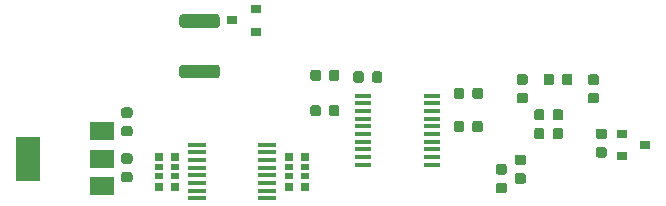
<source format=gbr>
G04 #@! TF.GenerationSoftware,KiCad,Pcbnew,(5.1.5)-3*
G04 #@! TF.CreationDate,2020-03-01T19:25:43+00:00*
G04 #@! TF.ProjectId,pwmfan,70776d66-616e-42e6-9b69-6361645f7063,rev?*
G04 #@! TF.SameCoordinates,Original*
G04 #@! TF.FileFunction,Paste,Top*
G04 #@! TF.FilePolarity,Positive*
%FSLAX46Y46*%
G04 Gerber Fmt 4.6, Leading zero omitted, Abs format (unit mm)*
G04 Created by KiCad (PCBNEW (5.1.5)-3) date 2020-03-01 19:25:43*
%MOMM*%
%LPD*%
G04 APERTURE LIST*
%ADD10R,0.900000X0.800000*%
%ADD11C,0.100000*%
%ADD12R,0.700000X0.640000*%
%ADD13R,0.700000X0.500000*%
%ADD14R,1.500000X0.450000*%
%ADD15R,1.450000X0.450000*%
%ADD16R,2.000000X3.800000*%
%ADD17R,2.000000X1.500000*%
G04 APERTURE END LIST*
D10*
X71000000Y-54700000D03*
X73000000Y-53750000D03*
X73000000Y-55650000D03*
D11*
G36*
X98827691Y-62226053D02*
G01*
X98848926Y-62229203D01*
X98869750Y-62234419D01*
X98889962Y-62241651D01*
X98909368Y-62250830D01*
X98927781Y-62261866D01*
X98945024Y-62274654D01*
X98960930Y-62289070D01*
X98975346Y-62304976D01*
X98988134Y-62322219D01*
X98999170Y-62340632D01*
X99008349Y-62360038D01*
X99015581Y-62380250D01*
X99020797Y-62401074D01*
X99023947Y-62422309D01*
X99025000Y-62443750D01*
X99025000Y-62956250D01*
X99023947Y-62977691D01*
X99020797Y-62998926D01*
X99015581Y-63019750D01*
X99008349Y-63039962D01*
X98999170Y-63059368D01*
X98988134Y-63077781D01*
X98975346Y-63095024D01*
X98960930Y-63110930D01*
X98945024Y-63125346D01*
X98927781Y-63138134D01*
X98909368Y-63149170D01*
X98889962Y-63158349D01*
X98869750Y-63165581D01*
X98848926Y-63170797D01*
X98827691Y-63173947D01*
X98806250Y-63175000D01*
X98368750Y-63175000D01*
X98347309Y-63173947D01*
X98326074Y-63170797D01*
X98305250Y-63165581D01*
X98285038Y-63158349D01*
X98265632Y-63149170D01*
X98247219Y-63138134D01*
X98229976Y-63125346D01*
X98214070Y-63110930D01*
X98199654Y-63095024D01*
X98186866Y-63077781D01*
X98175830Y-63059368D01*
X98166651Y-63039962D01*
X98159419Y-63019750D01*
X98154203Y-62998926D01*
X98151053Y-62977691D01*
X98150000Y-62956250D01*
X98150000Y-62443750D01*
X98151053Y-62422309D01*
X98154203Y-62401074D01*
X98159419Y-62380250D01*
X98166651Y-62360038D01*
X98175830Y-62340632D01*
X98186866Y-62322219D01*
X98199654Y-62304976D01*
X98214070Y-62289070D01*
X98229976Y-62274654D01*
X98247219Y-62261866D01*
X98265632Y-62250830D01*
X98285038Y-62241651D01*
X98305250Y-62234419D01*
X98326074Y-62229203D01*
X98347309Y-62226053D01*
X98368750Y-62225000D01*
X98806250Y-62225000D01*
X98827691Y-62226053D01*
G37*
G36*
X97252691Y-62226053D02*
G01*
X97273926Y-62229203D01*
X97294750Y-62234419D01*
X97314962Y-62241651D01*
X97334368Y-62250830D01*
X97352781Y-62261866D01*
X97370024Y-62274654D01*
X97385930Y-62289070D01*
X97400346Y-62304976D01*
X97413134Y-62322219D01*
X97424170Y-62340632D01*
X97433349Y-62360038D01*
X97440581Y-62380250D01*
X97445797Y-62401074D01*
X97448947Y-62422309D01*
X97450000Y-62443750D01*
X97450000Y-62956250D01*
X97448947Y-62977691D01*
X97445797Y-62998926D01*
X97440581Y-63019750D01*
X97433349Y-63039962D01*
X97424170Y-63059368D01*
X97413134Y-63077781D01*
X97400346Y-63095024D01*
X97385930Y-63110930D01*
X97370024Y-63125346D01*
X97352781Y-63138134D01*
X97334368Y-63149170D01*
X97314962Y-63158349D01*
X97294750Y-63165581D01*
X97273926Y-63170797D01*
X97252691Y-63173947D01*
X97231250Y-63175000D01*
X96793750Y-63175000D01*
X96772309Y-63173947D01*
X96751074Y-63170797D01*
X96730250Y-63165581D01*
X96710038Y-63158349D01*
X96690632Y-63149170D01*
X96672219Y-63138134D01*
X96654976Y-63125346D01*
X96639070Y-63110930D01*
X96624654Y-63095024D01*
X96611866Y-63077781D01*
X96600830Y-63059368D01*
X96591651Y-63039962D01*
X96584419Y-63019750D01*
X96579203Y-62998926D01*
X96576053Y-62977691D01*
X96575000Y-62956250D01*
X96575000Y-62443750D01*
X96576053Y-62422309D01*
X96579203Y-62401074D01*
X96584419Y-62380250D01*
X96591651Y-62360038D01*
X96600830Y-62340632D01*
X96611866Y-62322219D01*
X96624654Y-62304976D01*
X96639070Y-62289070D01*
X96654976Y-62274654D01*
X96672219Y-62261866D01*
X96690632Y-62250830D01*
X96710038Y-62241651D01*
X96730250Y-62234419D01*
X96751074Y-62229203D01*
X96772309Y-62226053D01*
X96793750Y-62225000D01*
X97231250Y-62225000D01*
X97252691Y-62226053D01*
G37*
G36*
X95852691Y-60838553D02*
G01*
X95873926Y-60841703D01*
X95894750Y-60846919D01*
X95914962Y-60854151D01*
X95934368Y-60863330D01*
X95952781Y-60874366D01*
X95970024Y-60887154D01*
X95985930Y-60901570D01*
X96000346Y-60917476D01*
X96013134Y-60934719D01*
X96024170Y-60953132D01*
X96033349Y-60972538D01*
X96040581Y-60992750D01*
X96045797Y-61013574D01*
X96048947Y-61034809D01*
X96050000Y-61056250D01*
X96050000Y-61493750D01*
X96048947Y-61515191D01*
X96045797Y-61536426D01*
X96040581Y-61557250D01*
X96033349Y-61577462D01*
X96024170Y-61596868D01*
X96013134Y-61615281D01*
X96000346Y-61632524D01*
X95985930Y-61648430D01*
X95970024Y-61662846D01*
X95952781Y-61675634D01*
X95934368Y-61686670D01*
X95914962Y-61695849D01*
X95894750Y-61703081D01*
X95873926Y-61708297D01*
X95852691Y-61711447D01*
X95831250Y-61712500D01*
X95318750Y-61712500D01*
X95297309Y-61711447D01*
X95276074Y-61708297D01*
X95255250Y-61703081D01*
X95235038Y-61695849D01*
X95215632Y-61686670D01*
X95197219Y-61675634D01*
X95179976Y-61662846D01*
X95164070Y-61648430D01*
X95149654Y-61632524D01*
X95136866Y-61615281D01*
X95125830Y-61596868D01*
X95116651Y-61577462D01*
X95109419Y-61557250D01*
X95104203Y-61536426D01*
X95101053Y-61515191D01*
X95100000Y-61493750D01*
X95100000Y-61056250D01*
X95101053Y-61034809D01*
X95104203Y-61013574D01*
X95109419Y-60992750D01*
X95116651Y-60972538D01*
X95125830Y-60953132D01*
X95136866Y-60934719D01*
X95149654Y-60917476D01*
X95164070Y-60901570D01*
X95179976Y-60887154D01*
X95197219Y-60874366D01*
X95215632Y-60863330D01*
X95235038Y-60854151D01*
X95255250Y-60846919D01*
X95276074Y-60841703D01*
X95297309Y-60838553D01*
X95318750Y-60837500D01*
X95831250Y-60837500D01*
X95852691Y-60838553D01*
G37*
G36*
X95852691Y-59263553D02*
G01*
X95873926Y-59266703D01*
X95894750Y-59271919D01*
X95914962Y-59279151D01*
X95934368Y-59288330D01*
X95952781Y-59299366D01*
X95970024Y-59312154D01*
X95985930Y-59326570D01*
X96000346Y-59342476D01*
X96013134Y-59359719D01*
X96024170Y-59378132D01*
X96033349Y-59397538D01*
X96040581Y-59417750D01*
X96045797Y-59438574D01*
X96048947Y-59459809D01*
X96050000Y-59481250D01*
X96050000Y-59918750D01*
X96048947Y-59940191D01*
X96045797Y-59961426D01*
X96040581Y-59982250D01*
X96033349Y-60002462D01*
X96024170Y-60021868D01*
X96013134Y-60040281D01*
X96000346Y-60057524D01*
X95985930Y-60073430D01*
X95970024Y-60087846D01*
X95952781Y-60100634D01*
X95934368Y-60111670D01*
X95914962Y-60120849D01*
X95894750Y-60128081D01*
X95873926Y-60133297D01*
X95852691Y-60136447D01*
X95831250Y-60137500D01*
X95318750Y-60137500D01*
X95297309Y-60136447D01*
X95276074Y-60133297D01*
X95255250Y-60128081D01*
X95235038Y-60120849D01*
X95215632Y-60111670D01*
X95197219Y-60100634D01*
X95179976Y-60087846D01*
X95164070Y-60073430D01*
X95149654Y-60057524D01*
X95136866Y-60040281D01*
X95125830Y-60021868D01*
X95116651Y-60002462D01*
X95109419Y-59982250D01*
X95104203Y-59961426D01*
X95101053Y-59940191D01*
X95100000Y-59918750D01*
X95100000Y-59481250D01*
X95101053Y-59459809D01*
X95104203Y-59438574D01*
X95109419Y-59417750D01*
X95116651Y-59397538D01*
X95125830Y-59378132D01*
X95136866Y-59359719D01*
X95149654Y-59342476D01*
X95164070Y-59326570D01*
X95179976Y-59312154D01*
X95197219Y-59299366D01*
X95215632Y-59288330D01*
X95235038Y-59279151D01*
X95255250Y-59271919D01*
X95276074Y-59266703D01*
X95297309Y-59263553D01*
X95318750Y-59262500D01*
X95831250Y-59262500D01*
X95852691Y-59263553D01*
G37*
G36*
X101877691Y-59276053D02*
G01*
X101898926Y-59279203D01*
X101919750Y-59284419D01*
X101939962Y-59291651D01*
X101959368Y-59300830D01*
X101977781Y-59311866D01*
X101995024Y-59324654D01*
X102010930Y-59339070D01*
X102025346Y-59354976D01*
X102038134Y-59372219D01*
X102049170Y-59390632D01*
X102058349Y-59410038D01*
X102065581Y-59430250D01*
X102070797Y-59451074D01*
X102073947Y-59472309D01*
X102075000Y-59493750D01*
X102075000Y-59931250D01*
X102073947Y-59952691D01*
X102070797Y-59973926D01*
X102065581Y-59994750D01*
X102058349Y-60014962D01*
X102049170Y-60034368D01*
X102038134Y-60052781D01*
X102025346Y-60070024D01*
X102010930Y-60085930D01*
X101995024Y-60100346D01*
X101977781Y-60113134D01*
X101959368Y-60124170D01*
X101939962Y-60133349D01*
X101919750Y-60140581D01*
X101898926Y-60145797D01*
X101877691Y-60148947D01*
X101856250Y-60150000D01*
X101343750Y-60150000D01*
X101322309Y-60148947D01*
X101301074Y-60145797D01*
X101280250Y-60140581D01*
X101260038Y-60133349D01*
X101240632Y-60124170D01*
X101222219Y-60113134D01*
X101204976Y-60100346D01*
X101189070Y-60085930D01*
X101174654Y-60070024D01*
X101161866Y-60052781D01*
X101150830Y-60034368D01*
X101141651Y-60014962D01*
X101134419Y-59994750D01*
X101129203Y-59973926D01*
X101126053Y-59952691D01*
X101125000Y-59931250D01*
X101125000Y-59493750D01*
X101126053Y-59472309D01*
X101129203Y-59451074D01*
X101134419Y-59430250D01*
X101141651Y-59410038D01*
X101150830Y-59390632D01*
X101161866Y-59372219D01*
X101174654Y-59354976D01*
X101189070Y-59339070D01*
X101204976Y-59324654D01*
X101222219Y-59311866D01*
X101240632Y-59300830D01*
X101260038Y-59291651D01*
X101280250Y-59284419D01*
X101301074Y-59279203D01*
X101322309Y-59276053D01*
X101343750Y-59275000D01*
X101856250Y-59275000D01*
X101877691Y-59276053D01*
G37*
G36*
X101877691Y-60851053D02*
G01*
X101898926Y-60854203D01*
X101919750Y-60859419D01*
X101939962Y-60866651D01*
X101959368Y-60875830D01*
X101977781Y-60886866D01*
X101995024Y-60899654D01*
X102010930Y-60914070D01*
X102025346Y-60929976D01*
X102038134Y-60947219D01*
X102049170Y-60965632D01*
X102058349Y-60985038D01*
X102065581Y-61005250D01*
X102070797Y-61026074D01*
X102073947Y-61047309D01*
X102075000Y-61068750D01*
X102075000Y-61506250D01*
X102073947Y-61527691D01*
X102070797Y-61548926D01*
X102065581Y-61569750D01*
X102058349Y-61589962D01*
X102049170Y-61609368D01*
X102038134Y-61627781D01*
X102025346Y-61645024D01*
X102010930Y-61660930D01*
X101995024Y-61675346D01*
X101977781Y-61688134D01*
X101959368Y-61699170D01*
X101939962Y-61708349D01*
X101919750Y-61715581D01*
X101898926Y-61720797D01*
X101877691Y-61723947D01*
X101856250Y-61725000D01*
X101343750Y-61725000D01*
X101322309Y-61723947D01*
X101301074Y-61720797D01*
X101280250Y-61715581D01*
X101260038Y-61708349D01*
X101240632Y-61699170D01*
X101222219Y-61688134D01*
X101204976Y-61675346D01*
X101189070Y-61660930D01*
X101174654Y-61645024D01*
X101161866Y-61627781D01*
X101150830Y-61609368D01*
X101141651Y-61589962D01*
X101134419Y-61569750D01*
X101129203Y-61548926D01*
X101126053Y-61527691D01*
X101125000Y-61506250D01*
X101125000Y-61068750D01*
X101126053Y-61047309D01*
X101129203Y-61026074D01*
X101134419Y-61005250D01*
X101141651Y-60985038D01*
X101150830Y-60965632D01*
X101161866Y-60947219D01*
X101174654Y-60929976D01*
X101189070Y-60914070D01*
X101204976Y-60899654D01*
X101222219Y-60886866D01*
X101240632Y-60875830D01*
X101260038Y-60866651D01*
X101280250Y-60859419D01*
X101301074Y-60854203D01*
X101322309Y-60851053D01*
X101343750Y-60850000D01*
X101856250Y-60850000D01*
X101877691Y-60851053D01*
G37*
G36*
X98052691Y-59226053D02*
G01*
X98073926Y-59229203D01*
X98094750Y-59234419D01*
X98114962Y-59241651D01*
X98134368Y-59250830D01*
X98152781Y-59261866D01*
X98170024Y-59274654D01*
X98185930Y-59289070D01*
X98200346Y-59304976D01*
X98213134Y-59322219D01*
X98224170Y-59340632D01*
X98233349Y-59360038D01*
X98240581Y-59380250D01*
X98245797Y-59401074D01*
X98248947Y-59422309D01*
X98250000Y-59443750D01*
X98250000Y-59956250D01*
X98248947Y-59977691D01*
X98245797Y-59998926D01*
X98240581Y-60019750D01*
X98233349Y-60039962D01*
X98224170Y-60059368D01*
X98213134Y-60077781D01*
X98200346Y-60095024D01*
X98185930Y-60110930D01*
X98170024Y-60125346D01*
X98152781Y-60138134D01*
X98134368Y-60149170D01*
X98114962Y-60158349D01*
X98094750Y-60165581D01*
X98073926Y-60170797D01*
X98052691Y-60173947D01*
X98031250Y-60175000D01*
X97593750Y-60175000D01*
X97572309Y-60173947D01*
X97551074Y-60170797D01*
X97530250Y-60165581D01*
X97510038Y-60158349D01*
X97490632Y-60149170D01*
X97472219Y-60138134D01*
X97454976Y-60125346D01*
X97439070Y-60110930D01*
X97424654Y-60095024D01*
X97411866Y-60077781D01*
X97400830Y-60059368D01*
X97391651Y-60039962D01*
X97384419Y-60019750D01*
X97379203Y-59998926D01*
X97376053Y-59977691D01*
X97375000Y-59956250D01*
X97375000Y-59443750D01*
X97376053Y-59422309D01*
X97379203Y-59401074D01*
X97384419Y-59380250D01*
X97391651Y-59360038D01*
X97400830Y-59340632D01*
X97411866Y-59322219D01*
X97424654Y-59304976D01*
X97439070Y-59289070D01*
X97454976Y-59274654D01*
X97472219Y-59261866D01*
X97490632Y-59250830D01*
X97510038Y-59241651D01*
X97530250Y-59234419D01*
X97551074Y-59229203D01*
X97572309Y-59226053D01*
X97593750Y-59225000D01*
X98031250Y-59225000D01*
X98052691Y-59226053D01*
G37*
G36*
X99627691Y-59226053D02*
G01*
X99648926Y-59229203D01*
X99669750Y-59234419D01*
X99689962Y-59241651D01*
X99709368Y-59250830D01*
X99727781Y-59261866D01*
X99745024Y-59274654D01*
X99760930Y-59289070D01*
X99775346Y-59304976D01*
X99788134Y-59322219D01*
X99799170Y-59340632D01*
X99808349Y-59360038D01*
X99815581Y-59380250D01*
X99820797Y-59401074D01*
X99823947Y-59422309D01*
X99825000Y-59443750D01*
X99825000Y-59956250D01*
X99823947Y-59977691D01*
X99820797Y-59998926D01*
X99815581Y-60019750D01*
X99808349Y-60039962D01*
X99799170Y-60059368D01*
X99788134Y-60077781D01*
X99775346Y-60095024D01*
X99760930Y-60110930D01*
X99745024Y-60125346D01*
X99727781Y-60138134D01*
X99709368Y-60149170D01*
X99689962Y-60158349D01*
X99669750Y-60165581D01*
X99648926Y-60170797D01*
X99627691Y-60173947D01*
X99606250Y-60175000D01*
X99168750Y-60175000D01*
X99147309Y-60173947D01*
X99126074Y-60170797D01*
X99105250Y-60165581D01*
X99085038Y-60158349D01*
X99065632Y-60149170D01*
X99047219Y-60138134D01*
X99029976Y-60125346D01*
X99014070Y-60110930D01*
X98999654Y-60095024D01*
X98986866Y-60077781D01*
X98975830Y-60059368D01*
X98966651Y-60039962D01*
X98959419Y-60019750D01*
X98954203Y-59998926D01*
X98951053Y-59977691D01*
X98950000Y-59956250D01*
X98950000Y-59443750D01*
X98951053Y-59422309D01*
X98954203Y-59401074D01*
X98959419Y-59380250D01*
X98966651Y-59360038D01*
X98975830Y-59340632D01*
X98986866Y-59322219D01*
X98999654Y-59304976D01*
X99014070Y-59289070D01*
X99029976Y-59274654D01*
X99047219Y-59261866D01*
X99065632Y-59250830D01*
X99085038Y-59241651D01*
X99105250Y-59234419D01*
X99126074Y-59229203D01*
X99147309Y-59226053D01*
X99168750Y-59225000D01*
X99606250Y-59225000D01*
X99627691Y-59226053D01*
G37*
D12*
X66200000Y-68770000D03*
D13*
X66200000Y-67900000D03*
D12*
X66200000Y-66230000D03*
D13*
X66200000Y-67100000D03*
D12*
X64800000Y-68770000D03*
D13*
X64800000Y-67100000D03*
X64800000Y-67900000D03*
D12*
X64800000Y-66230000D03*
X75800000Y-66230000D03*
D13*
X75800000Y-67900000D03*
X75800000Y-67100000D03*
D12*
X75800000Y-68770000D03*
D13*
X77200000Y-67100000D03*
D12*
X77200000Y-66230000D03*
D13*
X77200000Y-67900000D03*
D12*
X77200000Y-68770000D03*
D14*
X68050000Y-65225000D03*
X68050000Y-65875000D03*
X68050000Y-66525000D03*
X68050000Y-67175000D03*
X68050000Y-67825000D03*
X68050000Y-68475000D03*
X68050000Y-69125000D03*
X68050000Y-69775000D03*
X73950000Y-69775000D03*
X73950000Y-69125000D03*
X73950000Y-68475000D03*
X73950000Y-67825000D03*
X73950000Y-67175000D03*
X73950000Y-66525000D03*
X73950000Y-65875000D03*
X73950000Y-65225000D03*
D11*
G36*
X94077691Y-66876053D02*
G01*
X94098926Y-66879203D01*
X94119750Y-66884419D01*
X94139962Y-66891651D01*
X94159368Y-66900830D01*
X94177781Y-66911866D01*
X94195024Y-66924654D01*
X94210930Y-66939070D01*
X94225346Y-66954976D01*
X94238134Y-66972219D01*
X94249170Y-66990632D01*
X94258349Y-67010038D01*
X94265581Y-67030250D01*
X94270797Y-67051074D01*
X94273947Y-67072309D01*
X94275000Y-67093750D01*
X94275000Y-67531250D01*
X94273947Y-67552691D01*
X94270797Y-67573926D01*
X94265581Y-67594750D01*
X94258349Y-67614962D01*
X94249170Y-67634368D01*
X94238134Y-67652781D01*
X94225346Y-67670024D01*
X94210930Y-67685930D01*
X94195024Y-67700346D01*
X94177781Y-67713134D01*
X94159368Y-67724170D01*
X94139962Y-67733349D01*
X94119750Y-67740581D01*
X94098926Y-67745797D01*
X94077691Y-67748947D01*
X94056250Y-67750000D01*
X93543750Y-67750000D01*
X93522309Y-67748947D01*
X93501074Y-67745797D01*
X93480250Y-67740581D01*
X93460038Y-67733349D01*
X93440632Y-67724170D01*
X93422219Y-67713134D01*
X93404976Y-67700346D01*
X93389070Y-67685930D01*
X93374654Y-67670024D01*
X93361866Y-67652781D01*
X93350830Y-67634368D01*
X93341651Y-67614962D01*
X93334419Y-67594750D01*
X93329203Y-67573926D01*
X93326053Y-67552691D01*
X93325000Y-67531250D01*
X93325000Y-67093750D01*
X93326053Y-67072309D01*
X93329203Y-67051074D01*
X93334419Y-67030250D01*
X93341651Y-67010038D01*
X93350830Y-66990632D01*
X93361866Y-66972219D01*
X93374654Y-66954976D01*
X93389070Y-66939070D01*
X93404976Y-66924654D01*
X93422219Y-66911866D01*
X93440632Y-66900830D01*
X93460038Y-66891651D01*
X93480250Y-66884419D01*
X93501074Y-66879203D01*
X93522309Y-66876053D01*
X93543750Y-66875000D01*
X94056250Y-66875000D01*
X94077691Y-66876053D01*
G37*
G36*
X94077691Y-68451053D02*
G01*
X94098926Y-68454203D01*
X94119750Y-68459419D01*
X94139962Y-68466651D01*
X94159368Y-68475830D01*
X94177781Y-68486866D01*
X94195024Y-68499654D01*
X94210930Y-68514070D01*
X94225346Y-68529976D01*
X94238134Y-68547219D01*
X94249170Y-68565632D01*
X94258349Y-68585038D01*
X94265581Y-68605250D01*
X94270797Y-68626074D01*
X94273947Y-68647309D01*
X94275000Y-68668750D01*
X94275000Y-69106250D01*
X94273947Y-69127691D01*
X94270797Y-69148926D01*
X94265581Y-69169750D01*
X94258349Y-69189962D01*
X94249170Y-69209368D01*
X94238134Y-69227781D01*
X94225346Y-69245024D01*
X94210930Y-69260930D01*
X94195024Y-69275346D01*
X94177781Y-69288134D01*
X94159368Y-69299170D01*
X94139962Y-69308349D01*
X94119750Y-69315581D01*
X94098926Y-69320797D01*
X94077691Y-69323947D01*
X94056250Y-69325000D01*
X93543750Y-69325000D01*
X93522309Y-69323947D01*
X93501074Y-69320797D01*
X93480250Y-69315581D01*
X93460038Y-69308349D01*
X93440632Y-69299170D01*
X93422219Y-69288134D01*
X93404976Y-69275346D01*
X93389070Y-69260930D01*
X93374654Y-69245024D01*
X93361866Y-69227781D01*
X93350830Y-69209368D01*
X93341651Y-69189962D01*
X93334419Y-69169750D01*
X93329203Y-69148926D01*
X93326053Y-69127691D01*
X93325000Y-69106250D01*
X93325000Y-68668750D01*
X93326053Y-68647309D01*
X93329203Y-68626074D01*
X93334419Y-68605250D01*
X93341651Y-68585038D01*
X93350830Y-68565632D01*
X93361866Y-68547219D01*
X93374654Y-68529976D01*
X93389070Y-68514070D01*
X93404976Y-68499654D01*
X93422219Y-68486866D01*
X93440632Y-68475830D01*
X93460038Y-68466651D01*
X93480250Y-68459419D01*
X93501074Y-68454203D01*
X93522309Y-68451053D01*
X93543750Y-68450000D01*
X94056250Y-68450000D01*
X94077691Y-68451053D01*
G37*
G36*
X95677691Y-67651053D02*
G01*
X95698926Y-67654203D01*
X95719750Y-67659419D01*
X95739962Y-67666651D01*
X95759368Y-67675830D01*
X95777781Y-67686866D01*
X95795024Y-67699654D01*
X95810930Y-67714070D01*
X95825346Y-67729976D01*
X95838134Y-67747219D01*
X95849170Y-67765632D01*
X95858349Y-67785038D01*
X95865581Y-67805250D01*
X95870797Y-67826074D01*
X95873947Y-67847309D01*
X95875000Y-67868750D01*
X95875000Y-68306250D01*
X95873947Y-68327691D01*
X95870797Y-68348926D01*
X95865581Y-68369750D01*
X95858349Y-68389962D01*
X95849170Y-68409368D01*
X95838134Y-68427781D01*
X95825346Y-68445024D01*
X95810930Y-68460930D01*
X95795024Y-68475346D01*
X95777781Y-68488134D01*
X95759368Y-68499170D01*
X95739962Y-68508349D01*
X95719750Y-68515581D01*
X95698926Y-68520797D01*
X95677691Y-68523947D01*
X95656250Y-68525000D01*
X95143750Y-68525000D01*
X95122309Y-68523947D01*
X95101074Y-68520797D01*
X95080250Y-68515581D01*
X95060038Y-68508349D01*
X95040632Y-68499170D01*
X95022219Y-68488134D01*
X95004976Y-68475346D01*
X94989070Y-68460930D01*
X94974654Y-68445024D01*
X94961866Y-68427781D01*
X94950830Y-68409368D01*
X94941651Y-68389962D01*
X94934419Y-68369750D01*
X94929203Y-68348926D01*
X94926053Y-68327691D01*
X94925000Y-68306250D01*
X94925000Y-67868750D01*
X94926053Y-67847309D01*
X94929203Y-67826074D01*
X94934419Y-67805250D01*
X94941651Y-67785038D01*
X94950830Y-67765632D01*
X94961866Y-67747219D01*
X94974654Y-67729976D01*
X94989070Y-67714070D01*
X95004976Y-67699654D01*
X95022219Y-67686866D01*
X95040632Y-67675830D01*
X95060038Y-67666651D01*
X95080250Y-67659419D01*
X95101074Y-67654203D01*
X95122309Y-67651053D01*
X95143750Y-67650000D01*
X95656250Y-67650000D01*
X95677691Y-67651053D01*
G37*
G36*
X95677691Y-66076053D02*
G01*
X95698926Y-66079203D01*
X95719750Y-66084419D01*
X95739962Y-66091651D01*
X95759368Y-66100830D01*
X95777781Y-66111866D01*
X95795024Y-66124654D01*
X95810930Y-66139070D01*
X95825346Y-66154976D01*
X95838134Y-66172219D01*
X95849170Y-66190632D01*
X95858349Y-66210038D01*
X95865581Y-66230250D01*
X95870797Y-66251074D01*
X95873947Y-66272309D01*
X95875000Y-66293750D01*
X95875000Y-66731250D01*
X95873947Y-66752691D01*
X95870797Y-66773926D01*
X95865581Y-66794750D01*
X95858349Y-66814962D01*
X95849170Y-66834368D01*
X95838134Y-66852781D01*
X95825346Y-66870024D01*
X95810930Y-66885930D01*
X95795024Y-66900346D01*
X95777781Y-66913134D01*
X95759368Y-66924170D01*
X95739962Y-66933349D01*
X95719750Y-66940581D01*
X95698926Y-66945797D01*
X95677691Y-66948947D01*
X95656250Y-66950000D01*
X95143750Y-66950000D01*
X95122309Y-66948947D01*
X95101074Y-66945797D01*
X95080250Y-66940581D01*
X95060038Y-66933349D01*
X95040632Y-66924170D01*
X95022219Y-66913134D01*
X95004976Y-66900346D01*
X94989070Y-66885930D01*
X94974654Y-66870024D01*
X94961866Y-66852781D01*
X94950830Y-66834368D01*
X94941651Y-66814962D01*
X94934419Y-66794750D01*
X94929203Y-66773926D01*
X94926053Y-66752691D01*
X94925000Y-66731250D01*
X94925000Y-66293750D01*
X94926053Y-66272309D01*
X94929203Y-66251074D01*
X94934419Y-66230250D01*
X94941651Y-66210038D01*
X94950830Y-66190632D01*
X94961866Y-66172219D01*
X94974654Y-66154976D01*
X94989070Y-66139070D01*
X95004976Y-66124654D01*
X95022219Y-66111866D01*
X95040632Y-66100830D01*
X95060038Y-66091651D01*
X95080250Y-66084419D01*
X95101074Y-66079203D01*
X95122309Y-66076053D01*
X95143750Y-66075000D01*
X95656250Y-66075000D01*
X95677691Y-66076053D01*
G37*
G36*
X69724505Y-54188704D02*
G01*
X69748773Y-54192304D01*
X69772572Y-54198265D01*
X69795671Y-54206530D01*
X69817850Y-54217020D01*
X69838893Y-54229632D01*
X69858599Y-54244247D01*
X69876777Y-54260723D01*
X69893253Y-54278901D01*
X69907868Y-54298607D01*
X69920480Y-54319650D01*
X69930970Y-54341829D01*
X69939235Y-54364928D01*
X69945196Y-54388727D01*
X69948796Y-54412995D01*
X69950000Y-54437499D01*
X69950000Y-55062501D01*
X69948796Y-55087005D01*
X69945196Y-55111273D01*
X69939235Y-55135072D01*
X69930970Y-55158171D01*
X69920480Y-55180350D01*
X69907868Y-55201393D01*
X69893253Y-55221099D01*
X69876777Y-55239277D01*
X69858599Y-55255753D01*
X69838893Y-55270368D01*
X69817850Y-55282980D01*
X69795671Y-55293470D01*
X69772572Y-55301735D01*
X69748773Y-55307696D01*
X69724505Y-55311296D01*
X69700001Y-55312500D01*
X66799999Y-55312500D01*
X66775495Y-55311296D01*
X66751227Y-55307696D01*
X66727428Y-55301735D01*
X66704329Y-55293470D01*
X66682150Y-55282980D01*
X66661107Y-55270368D01*
X66641401Y-55255753D01*
X66623223Y-55239277D01*
X66606747Y-55221099D01*
X66592132Y-55201393D01*
X66579520Y-55180350D01*
X66569030Y-55158171D01*
X66560765Y-55135072D01*
X66554804Y-55111273D01*
X66551204Y-55087005D01*
X66550000Y-55062501D01*
X66550000Y-54437499D01*
X66551204Y-54412995D01*
X66554804Y-54388727D01*
X66560765Y-54364928D01*
X66569030Y-54341829D01*
X66579520Y-54319650D01*
X66592132Y-54298607D01*
X66606747Y-54278901D01*
X66623223Y-54260723D01*
X66641401Y-54244247D01*
X66661107Y-54229632D01*
X66682150Y-54217020D01*
X66704329Y-54206530D01*
X66727428Y-54198265D01*
X66751227Y-54192304D01*
X66775495Y-54188704D01*
X66799999Y-54187500D01*
X69700001Y-54187500D01*
X69724505Y-54188704D01*
G37*
G36*
X69724505Y-58463704D02*
G01*
X69748773Y-58467304D01*
X69772572Y-58473265D01*
X69795671Y-58481530D01*
X69817850Y-58492020D01*
X69838893Y-58504632D01*
X69858599Y-58519247D01*
X69876777Y-58535723D01*
X69893253Y-58553901D01*
X69907868Y-58573607D01*
X69920480Y-58594650D01*
X69930970Y-58616829D01*
X69939235Y-58639928D01*
X69945196Y-58663727D01*
X69948796Y-58687995D01*
X69950000Y-58712499D01*
X69950000Y-59337501D01*
X69948796Y-59362005D01*
X69945196Y-59386273D01*
X69939235Y-59410072D01*
X69930970Y-59433171D01*
X69920480Y-59455350D01*
X69907868Y-59476393D01*
X69893253Y-59496099D01*
X69876777Y-59514277D01*
X69858599Y-59530753D01*
X69838893Y-59545368D01*
X69817850Y-59557980D01*
X69795671Y-59568470D01*
X69772572Y-59576735D01*
X69748773Y-59582696D01*
X69724505Y-59586296D01*
X69700001Y-59587500D01*
X66799999Y-59587500D01*
X66775495Y-59586296D01*
X66751227Y-59582696D01*
X66727428Y-59576735D01*
X66704329Y-59568470D01*
X66682150Y-59557980D01*
X66661107Y-59545368D01*
X66641401Y-59530753D01*
X66623223Y-59514277D01*
X66606747Y-59496099D01*
X66592132Y-59476393D01*
X66579520Y-59455350D01*
X66569030Y-59433171D01*
X66560765Y-59410072D01*
X66554804Y-59386273D01*
X66551204Y-59362005D01*
X66550000Y-59337501D01*
X66550000Y-58712499D01*
X66551204Y-58687995D01*
X66554804Y-58663727D01*
X66560765Y-58639928D01*
X66569030Y-58616829D01*
X66579520Y-58594650D01*
X66592132Y-58573607D01*
X66606747Y-58553901D01*
X66623223Y-58535723D01*
X66641401Y-58519247D01*
X66661107Y-58504632D01*
X66682150Y-58492020D01*
X66704329Y-58481530D01*
X66727428Y-58473265D01*
X66751227Y-58467304D01*
X66775495Y-58463704D01*
X66799999Y-58462500D01*
X69700001Y-58462500D01*
X69724505Y-58463704D01*
G37*
G36*
X83527691Y-59026053D02*
G01*
X83548926Y-59029203D01*
X83569750Y-59034419D01*
X83589962Y-59041651D01*
X83609368Y-59050830D01*
X83627781Y-59061866D01*
X83645024Y-59074654D01*
X83660930Y-59089070D01*
X83675346Y-59104976D01*
X83688134Y-59122219D01*
X83699170Y-59140632D01*
X83708349Y-59160038D01*
X83715581Y-59180250D01*
X83720797Y-59201074D01*
X83723947Y-59222309D01*
X83725000Y-59243750D01*
X83725000Y-59756250D01*
X83723947Y-59777691D01*
X83720797Y-59798926D01*
X83715581Y-59819750D01*
X83708349Y-59839962D01*
X83699170Y-59859368D01*
X83688134Y-59877781D01*
X83675346Y-59895024D01*
X83660930Y-59910930D01*
X83645024Y-59925346D01*
X83627781Y-59938134D01*
X83609368Y-59949170D01*
X83589962Y-59958349D01*
X83569750Y-59965581D01*
X83548926Y-59970797D01*
X83527691Y-59973947D01*
X83506250Y-59975000D01*
X83068750Y-59975000D01*
X83047309Y-59973947D01*
X83026074Y-59970797D01*
X83005250Y-59965581D01*
X82985038Y-59958349D01*
X82965632Y-59949170D01*
X82947219Y-59938134D01*
X82929976Y-59925346D01*
X82914070Y-59910930D01*
X82899654Y-59895024D01*
X82886866Y-59877781D01*
X82875830Y-59859368D01*
X82866651Y-59839962D01*
X82859419Y-59819750D01*
X82854203Y-59798926D01*
X82851053Y-59777691D01*
X82850000Y-59756250D01*
X82850000Y-59243750D01*
X82851053Y-59222309D01*
X82854203Y-59201074D01*
X82859419Y-59180250D01*
X82866651Y-59160038D01*
X82875830Y-59140632D01*
X82886866Y-59122219D01*
X82899654Y-59104976D01*
X82914070Y-59089070D01*
X82929976Y-59074654D01*
X82947219Y-59061866D01*
X82965632Y-59050830D01*
X82985038Y-59041651D01*
X83005250Y-59034419D01*
X83026074Y-59029203D01*
X83047309Y-59026053D01*
X83068750Y-59025000D01*
X83506250Y-59025000D01*
X83527691Y-59026053D01*
G37*
G36*
X81952691Y-59026053D02*
G01*
X81973926Y-59029203D01*
X81994750Y-59034419D01*
X82014962Y-59041651D01*
X82034368Y-59050830D01*
X82052781Y-59061866D01*
X82070024Y-59074654D01*
X82085930Y-59089070D01*
X82100346Y-59104976D01*
X82113134Y-59122219D01*
X82124170Y-59140632D01*
X82133349Y-59160038D01*
X82140581Y-59180250D01*
X82145797Y-59201074D01*
X82148947Y-59222309D01*
X82150000Y-59243750D01*
X82150000Y-59756250D01*
X82148947Y-59777691D01*
X82145797Y-59798926D01*
X82140581Y-59819750D01*
X82133349Y-59839962D01*
X82124170Y-59859368D01*
X82113134Y-59877781D01*
X82100346Y-59895024D01*
X82085930Y-59910930D01*
X82070024Y-59925346D01*
X82052781Y-59938134D01*
X82034368Y-59949170D01*
X82014962Y-59958349D01*
X81994750Y-59965581D01*
X81973926Y-59970797D01*
X81952691Y-59973947D01*
X81931250Y-59975000D01*
X81493750Y-59975000D01*
X81472309Y-59973947D01*
X81451074Y-59970797D01*
X81430250Y-59965581D01*
X81410038Y-59958349D01*
X81390632Y-59949170D01*
X81372219Y-59938134D01*
X81354976Y-59925346D01*
X81339070Y-59910930D01*
X81324654Y-59895024D01*
X81311866Y-59877781D01*
X81300830Y-59859368D01*
X81291651Y-59839962D01*
X81284419Y-59819750D01*
X81279203Y-59798926D01*
X81276053Y-59777691D01*
X81275000Y-59756250D01*
X81275000Y-59243750D01*
X81276053Y-59222309D01*
X81279203Y-59201074D01*
X81284419Y-59180250D01*
X81291651Y-59160038D01*
X81300830Y-59140632D01*
X81311866Y-59122219D01*
X81324654Y-59104976D01*
X81339070Y-59089070D01*
X81354976Y-59074654D01*
X81372219Y-59061866D01*
X81390632Y-59050830D01*
X81410038Y-59041651D01*
X81430250Y-59034419D01*
X81451074Y-59029203D01*
X81472309Y-59026053D01*
X81493750Y-59025000D01*
X81931250Y-59025000D01*
X81952691Y-59026053D01*
G37*
G36*
X92027691Y-63213553D02*
G01*
X92048926Y-63216703D01*
X92069750Y-63221919D01*
X92089962Y-63229151D01*
X92109368Y-63238330D01*
X92127781Y-63249366D01*
X92145024Y-63262154D01*
X92160930Y-63276570D01*
X92175346Y-63292476D01*
X92188134Y-63309719D01*
X92199170Y-63328132D01*
X92208349Y-63347538D01*
X92215581Y-63367750D01*
X92220797Y-63388574D01*
X92223947Y-63409809D01*
X92225000Y-63431250D01*
X92225000Y-63943750D01*
X92223947Y-63965191D01*
X92220797Y-63986426D01*
X92215581Y-64007250D01*
X92208349Y-64027462D01*
X92199170Y-64046868D01*
X92188134Y-64065281D01*
X92175346Y-64082524D01*
X92160930Y-64098430D01*
X92145024Y-64112846D01*
X92127781Y-64125634D01*
X92109368Y-64136670D01*
X92089962Y-64145849D01*
X92069750Y-64153081D01*
X92048926Y-64158297D01*
X92027691Y-64161447D01*
X92006250Y-64162500D01*
X91568750Y-64162500D01*
X91547309Y-64161447D01*
X91526074Y-64158297D01*
X91505250Y-64153081D01*
X91485038Y-64145849D01*
X91465632Y-64136670D01*
X91447219Y-64125634D01*
X91429976Y-64112846D01*
X91414070Y-64098430D01*
X91399654Y-64082524D01*
X91386866Y-64065281D01*
X91375830Y-64046868D01*
X91366651Y-64027462D01*
X91359419Y-64007250D01*
X91354203Y-63986426D01*
X91351053Y-63965191D01*
X91350000Y-63943750D01*
X91350000Y-63431250D01*
X91351053Y-63409809D01*
X91354203Y-63388574D01*
X91359419Y-63367750D01*
X91366651Y-63347538D01*
X91375830Y-63328132D01*
X91386866Y-63309719D01*
X91399654Y-63292476D01*
X91414070Y-63276570D01*
X91429976Y-63262154D01*
X91447219Y-63249366D01*
X91465632Y-63238330D01*
X91485038Y-63229151D01*
X91505250Y-63221919D01*
X91526074Y-63216703D01*
X91547309Y-63213553D01*
X91568750Y-63212500D01*
X92006250Y-63212500D01*
X92027691Y-63213553D01*
G37*
G36*
X90452691Y-63213553D02*
G01*
X90473926Y-63216703D01*
X90494750Y-63221919D01*
X90514962Y-63229151D01*
X90534368Y-63238330D01*
X90552781Y-63249366D01*
X90570024Y-63262154D01*
X90585930Y-63276570D01*
X90600346Y-63292476D01*
X90613134Y-63309719D01*
X90624170Y-63328132D01*
X90633349Y-63347538D01*
X90640581Y-63367750D01*
X90645797Y-63388574D01*
X90648947Y-63409809D01*
X90650000Y-63431250D01*
X90650000Y-63943750D01*
X90648947Y-63965191D01*
X90645797Y-63986426D01*
X90640581Y-64007250D01*
X90633349Y-64027462D01*
X90624170Y-64046868D01*
X90613134Y-64065281D01*
X90600346Y-64082524D01*
X90585930Y-64098430D01*
X90570024Y-64112846D01*
X90552781Y-64125634D01*
X90534368Y-64136670D01*
X90514962Y-64145849D01*
X90494750Y-64153081D01*
X90473926Y-64158297D01*
X90452691Y-64161447D01*
X90431250Y-64162500D01*
X89993750Y-64162500D01*
X89972309Y-64161447D01*
X89951074Y-64158297D01*
X89930250Y-64153081D01*
X89910038Y-64145849D01*
X89890632Y-64136670D01*
X89872219Y-64125634D01*
X89854976Y-64112846D01*
X89839070Y-64098430D01*
X89824654Y-64082524D01*
X89811866Y-64065281D01*
X89800830Y-64046868D01*
X89791651Y-64027462D01*
X89784419Y-64007250D01*
X89779203Y-63986426D01*
X89776053Y-63965191D01*
X89775000Y-63943750D01*
X89775000Y-63431250D01*
X89776053Y-63409809D01*
X89779203Y-63388574D01*
X89784419Y-63367750D01*
X89791651Y-63347538D01*
X89800830Y-63328132D01*
X89811866Y-63309719D01*
X89824654Y-63292476D01*
X89839070Y-63276570D01*
X89854976Y-63262154D01*
X89872219Y-63249366D01*
X89890632Y-63238330D01*
X89910038Y-63229151D01*
X89930250Y-63221919D01*
X89951074Y-63216703D01*
X89972309Y-63213553D01*
X89993750Y-63212500D01*
X90431250Y-63212500D01*
X90452691Y-63213553D01*
G37*
G36*
X79890191Y-61876053D02*
G01*
X79911426Y-61879203D01*
X79932250Y-61884419D01*
X79952462Y-61891651D01*
X79971868Y-61900830D01*
X79990281Y-61911866D01*
X80007524Y-61924654D01*
X80023430Y-61939070D01*
X80037846Y-61954976D01*
X80050634Y-61972219D01*
X80061670Y-61990632D01*
X80070849Y-62010038D01*
X80078081Y-62030250D01*
X80083297Y-62051074D01*
X80086447Y-62072309D01*
X80087500Y-62093750D01*
X80087500Y-62606250D01*
X80086447Y-62627691D01*
X80083297Y-62648926D01*
X80078081Y-62669750D01*
X80070849Y-62689962D01*
X80061670Y-62709368D01*
X80050634Y-62727781D01*
X80037846Y-62745024D01*
X80023430Y-62760930D01*
X80007524Y-62775346D01*
X79990281Y-62788134D01*
X79971868Y-62799170D01*
X79952462Y-62808349D01*
X79932250Y-62815581D01*
X79911426Y-62820797D01*
X79890191Y-62823947D01*
X79868750Y-62825000D01*
X79431250Y-62825000D01*
X79409809Y-62823947D01*
X79388574Y-62820797D01*
X79367750Y-62815581D01*
X79347538Y-62808349D01*
X79328132Y-62799170D01*
X79309719Y-62788134D01*
X79292476Y-62775346D01*
X79276570Y-62760930D01*
X79262154Y-62745024D01*
X79249366Y-62727781D01*
X79238330Y-62709368D01*
X79229151Y-62689962D01*
X79221919Y-62669750D01*
X79216703Y-62648926D01*
X79213553Y-62627691D01*
X79212500Y-62606250D01*
X79212500Y-62093750D01*
X79213553Y-62072309D01*
X79216703Y-62051074D01*
X79221919Y-62030250D01*
X79229151Y-62010038D01*
X79238330Y-61990632D01*
X79249366Y-61972219D01*
X79262154Y-61954976D01*
X79276570Y-61939070D01*
X79292476Y-61924654D01*
X79309719Y-61911866D01*
X79328132Y-61900830D01*
X79347538Y-61891651D01*
X79367750Y-61884419D01*
X79388574Y-61879203D01*
X79409809Y-61876053D01*
X79431250Y-61875000D01*
X79868750Y-61875000D01*
X79890191Y-61876053D01*
G37*
G36*
X78315191Y-61876053D02*
G01*
X78336426Y-61879203D01*
X78357250Y-61884419D01*
X78377462Y-61891651D01*
X78396868Y-61900830D01*
X78415281Y-61911866D01*
X78432524Y-61924654D01*
X78448430Y-61939070D01*
X78462846Y-61954976D01*
X78475634Y-61972219D01*
X78486670Y-61990632D01*
X78495849Y-62010038D01*
X78503081Y-62030250D01*
X78508297Y-62051074D01*
X78511447Y-62072309D01*
X78512500Y-62093750D01*
X78512500Y-62606250D01*
X78511447Y-62627691D01*
X78508297Y-62648926D01*
X78503081Y-62669750D01*
X78495849Y-62689962D01*
X78486670Y-62709368D01*
X78475634Y-62727781D01*
X78462846Y-62745024D01*
X78448430Y-62760930D01*
X78432524Y-62775346D01*
X78415281Y-62788134D01*
X78396868Y-62799170D01*
X78377462Y-62808349D01*
X78357250Y-62815581D01*
X78336426Y-62820797D01*
X78315191Y-62823947D01*
X78293750Y-62825000D01*
X77856250Y-62825000D01*
X77834809Y-62823947D01*
X77813574Y-62820797D01*
X77792750Y-62815581D01*
X77772538Y-62808349D01*
X77753132Y-62799170D01*
X77734719Y-62788134D01*
X77717476Y-62775346D01*
X77701570Y-62760930D01*
X77687154Y-62745024D01*
X77674366Y-62727781D01*
X77663330Y-62709368D01*
X77654151Y-62689962D01*
X77646919Y-62669750D01*
X77641703Y-62648926D01*
X77638553Y-62627691D01*
X77637500Y-62606250D01*
X77637500Y-62093750D01*
X77638553Y-62072309D01*
X77641703Y-62051074D01*
X77646919Y-62030250D01*
X77654151Y-62010038D01*
X77663330Y-61990632D01*
X77674366Y-61972219D01*
X77687154Y-61954976D01*
X77701570Y-61939070D01*
X77717476Y-61924654D01*
X77734719Y-61911866D01*
X77753132Y-61900830D01*
X77772538Y-61891651D01*
X77792750Y-61884419D01*
X77813574Y-61879203D01*
X77834809Y-61876053D01*
X77856250Y-61875000D01*
X78293750Y-61875000D01*
X78315191Y-61876053D01*
G37*
G36*
X78315191Y-58876053D02*
G01*
X78336426Y-58879203D01*
X78357250Y-58884419D01*
X78377462Y-58891651D01*
X78396868Y-58900830D01*
X78415281Y-58911866D01*
X78432524Y-58924654D01*
X78448430Y-58939070D01*
X78462846Y-58954976D01*
X78475634Y-58972219D01*
X78486670Y-58990632D01*
X78495849Y-59010038D01*
X78503081Y-59030250D01*
X78508297Y-59051074D01*
X78511447Y-59072309D01*
X78512500Y-59093750D01*
X78512500Y-59606250D01*
X78511447Y-59627691D01*
X78508297Y-59648926D01*
X78503081Y-59669750D01*
X78495849Y-59689962D01*
X78486670Y-59709368D01*
X78475634Y-59727781D01*
X78462846Y-59745024D01*
X78448430Y-59760930D01*
X78432524Y-59775346D01*
X78415281Y-59788134D01*
X78396868Y-59799170D01*
X78377462Y-59808349D01*
X78357250Y-59815581D01*
X78336426Y-59820797D01*
X78315191Y-59823947D01*
X78293750Y-59825000D01*
X77856250Y-59825000D01*
X77834809Y-59823947D01*
X77813574Y-59820797D01*
X77792750Y-59815581D01*
X77772538Y-59808349D01*
X77753132Y-59799170D01*
X77734719Y-59788134D01*
X77717476Y-59775346D01*
X77701570Y-59760930D01*
X77687154Y-59745024D01*
X77674366Y-59727781D01*
X77663330Y-59709368D01*
X77654151Y-59689962D01*
X77646919Y-59669750D01*
X77641703Y-59648926D01*
X77638553Y-59627691D01*
X77637500Y-59606250D01*
X77637500Y-59093750D01*
X77638553Y-59072309D01*
X77641703Y-59051074D01*
X77646919Y-59030250D01*
X77654151Y-59010038D01*
X77663330Y-58990632D01*
X77674366Y-58972219D01*
X77687154Y-58954976D01*
X77701570Y-58939070D01*
X77717476Y-58924654D01*
X77734719Y-58911866D01*
X77753132Y-58900830D01*
X77772538Y-58891651D01*
X77792750Y-58884419D01*
X77813574Y-58879203D01*
X77834809Y-58876053D01*
X77856250Y-58875000D01*
X78293750Y-58875000D01*
X78315191Y-58876053D01*
G37*
G36*
X79890191Y-58876053D02*
G01*
X79911426Y-58879203D01*
X79932250Y-58884419D01*
X79952462Y-58891651D01*
X79971868Y-58900830D01*
X79990281Y-58911866D01*
X80007524Y-58924654D01*
X80023430Y-58939070D01*
X80037846Y-58954976D01*
X80050634Y-58972219D01*
X80061670Y-58990632D01*
X80070849Y-59010038D01*
X80078081Y-59030250D01*
X80083297Y-59051074D01*
X80086447Y-59072309D01*
X80087500Y-59093750D01*
X80087500Y-59606250D01*
X80086447Y-59627691D01*
X80083297Y-59648926D01*
X80078081Y-59669750D01*
X80070849Y-59689962D01*
X80061670Y-59709368D01*
X80050634Y-59727781D01*
X80037846Y-59745024D01*
X80023430Y-59760930D01*
X80007524Y-59775346D01*
X79990281Y-59788134D01*
X79971868Y-59799170D01*
X79952462Y-59808349D01*
X79932250Y-59815581D01*
X79911426Y-59820797D01*
X79890191Y-59823947D01*
X79868750Y-59825000D01*
X79431250Y-59825000D01*
X79409809Y-59823947D01*
X79388574Y-59820797D01*
X79367750Y-59815581D01*
X79347538Y-59808349D01*
X79328132Y-59799170D01*
X79309719Y-59788134D01*
X79292476Y-59775346D01*
X79276570Y-59760930D01*
X79262154Y-59745024D01*
X79249366Y-59727781D01*
X79238330Y-59709368D01*
X79229151Y-59689962D01*
X79221919Y-59669750D01*
X79216703Y-59648926D01*
X79213553Y-59627691D01*
X79212500Y-59606250D01*
X79212500Y-59093750D01*
X79213553Y-59072309D01*
X79216703Y-59051074D01*
X79221919Y-59030250D01*
X79229151Y-59010038D01*
X79238330Y-58990632D01*
X79249366Y-58972219D01*
X79262154Y-58954976D01*
X79276570Y-58939070D01*
X79292476Y-58924654D01*
X79309719Y-58911866D01*
X79328132Y-58900830D01*
X79347538Y-58891651D01*
X79367750Y-58884419D01*
X79388574Y-58879203D01*
X79409809Y-58876053D01*
X79431250Y-58875000D01*
X79868750Y-58875000D01*
X79890191Y-58876053D01*
G37*
G36*
X62377691Y-62076053D02*
G01*
X62398926Y-62079203D01*
X62419750Y-62084419D01*
X62439962Y-62091651D01*
X62459368Y-62100830D01*
X62477781Y-62111866D01*
X62495024Y-62124654D01*
X62510930Y-62139070D01*
X62525346Y-62154976D01*
X62538134Y-62172219D01*
X62549170Y-62190632D01*
X62558349Y-62210038D01*
X62565581Y-62230250D01*
X62570797Y-62251074D01*
X62573947Y-62272309D01*
X62575000Y-62293750D01*
X62575000Y-62731250D01*
X62573947Y-62752691D01*
X62570797Y-62773926D01*
X62565581Y-62794750D01*
X62558349Y-62814962D01*
X62549170Y-62834368D01*
X62538134Y-62852781D01*
X62525346Y-62870024D01*
X62510930Y-62885930D01*
X62495024Y-62900346D01*
X62477781Y-62913134D01*
X62459368Y-62924170D01*
X62439962Y-62933349D01*
X62419750Y-62940581D01*
X62398926Y-62945797D01*
X62377691Y-62948947D01*
X62356250Y-62950000D01*
X61843750Y-62950000D01*
X61822309Y-62948947D01*
X61801074Y-62945797D01*
X61780250Y-62940581D01*
X61760038Y-62933349D01*
X61740632Y-62924170D01*
X61722219Y-62913134D01*
X61704976Y-62900346D01*
X61689070Y-62885930D01*
X61674654Y-62870024D01*
X61661866Y-62852781D01*
X61650830Y-62834368D01*
X61641651Y-62814962D01*
X61634419Y-62794750D01*
X61629203Y-62773926D01*
X61626053Y-62752691D01*
X61625000Y-62731250D01*
X61625000Y-62293750D01*
X61626053Y-62272309D01*
X61629203Y-62251074D01*
X61634419Y-62230250D01*
X61641651Y-62210038D01*
X61650830Y-62190632D01*
X61661866Y-62172219D01*
X61674654Y-62154976D01*
X61689070Y-62139070D01*
X61704976Y-62124654D01*
X61722219Y-62111866D01*
X61740632Y-62100830D01*
X61760038Y-62091651D01*
X61780250Y-62084419D01*
X61801074Y-62079203D01*
X61822309Y-62076053D01*
X61843750Y-62075000D01*
X62356250Y-62075000D01*
X62377691Y-62076053D01*
G37*
G36*
X62377691Y-63651053D02*
G01*
X62398926Y-63654203D01*
X62419750Y-63659419D01*
X62439962Y-63666651D01*
X62459368Y-63675830D01*
X62477781Y-63686866D01*
X62495024Y-63699654D01*
X62510930Y-63714070D01*
X62525346Y-63729976D01*
X62538134Y-63747219D01*
X62549170Y-63765632D01*
X62558349Y-63785038D01*
X62565581Y-63805250D01*
X62570797Y-63826074D01*
X62573947Y-63847309D01*
X62575000Y-63868750D01*
X62575000Y-64306250D01*
X62573947Y-64327691D01*
X62570797Y-64348926D01*
X62565581Y-64369750D01*
X62558349Y-64389962D01*
X62549170Y-64409368D01*
X62538134Y-64427781D01*
X62525346Y-64445024D01*
X62510930Y-64460930D01*
X62495024Y-64475346D01*
X62477781Y-64488134D01*
X62459368Y-64499170D01*
X62439962Y-64508349D01*
X62419750Y-64515581D01*
X62398926Y-64520797D01*
X62377691Y-64523947D01*
X62356250Y-64525000D01*
X61843750Y-64525000D01*
X61822309Y-64523947D01*
X61801074Y-64520797D01*
X61780250Y-64515581D01*
X61760038Y-64508349D01*
X61740632Y-64499170D01*
X61722219Y-64488134D01*
X61704976Y-64475346D01*
X61689070Y-64460930D01*
X61674654Y-64445024D01*
X61661866Y-64427781D01*
X61650830Y-64409368D01*
X61641651Y-64389962D01*
X61634419Y-64369750D01*
X61629203Y-64348926D01*
X61626053Y-64327691D01*
X61625000Y-64306250D01*
X61625000Y-63868750D01*
X61626053Y-63847309D01*
X61629203Y-63826074D01*
X61634419Y-63805250D01*
X61641651Y-63785038D01*
X61650830Y-63765632D01*
X61661866Y-63747219D01*
X61674654Y-63729976D01*
X61689070Y-63714070D01*
X61704976Y-63699654D01*
X61722219Y-63686866D01*
X61740632Y-63675830D01*
X61760038Y-63666651D01*
X61780250Y-63659419D01*
X61801074Y-63654203D01*
X61822309Y-63651053D01*
X61843750Y-63650000D01*
X62356250Y-63650000D01*
X62377691Y-63651053D01*
G37*
G36*
X62377691Y-67538553D02*
G01*
X62398926Y-67541703D01*
X62419750Y-67546919D01*
X62439962Y-67554151D01*
X62459368Y-67563330D01*
X62477781Y-67574366D01*
X62495024Y-67587154D01*
X62510930Y-67601570D01*
X62525346Y-67617476D01*
X62538134Y-67634719D01*
X62549170Y-67653132D01*
X62558349Y-67672538D01*
X62565581Y-67692750D01*
X62570797Y-67713574D01*
X62573947Y-67734809D01*
X62575000Y-67756250D01*
X62575000Y-68193750D01*
X62573947Y-68215191D01*
X62570797Y-68236426D01*
X62565581Y-68257250D01*
X62558349Y-68277462D01*
X62549170Y-68296868D01*
X62538134Y-68315281D01*
X62525346Y-68332524D01*
X62510930Y-68348430D01*
X62495024Y-68362846D01*
X62477781Y-68375634D01*
X62459368Y-68386670D01*
X62439962Y-68395849D01*
X62419750Y-68403081D01*
X62398926Y-68408297D01*
X62377691Y-68411447D01*
X62356250Y-68412500D01*
X61843750Y-68412500D01*
X61822309Y-68411447D01*
X61801074Y-68408297D01*
X61780250Y-68403081D01*
X61760038Y-68395849D01*
X61740632Y-68386670D01*
X61722219Y-68375634D01*
X61704976Y-68362846D01*
X61689070Y-68348430D01*
X61674654Y-68332524D01*
X61661866Y-68315281D01*
X61650830Y-68296868D01*
X61641651Y-68277462D01*
X61634419Y-68257250D01*
X61629203Y-68236426D01*
X61626053Y-68215191D01*
X61625000Y-68193750D01*
X61625000Y-67756250D01*
X61626053Y-67734809D01*
X61629203Y-67713574D01*
X61634419Y-67692750D01*
X61641651Y-67672538D01*
X61650830Y-67653132D01*
X61661866Y-67634719D01*
X61674654Y-67617476D01*
X61689070Y-67601570D01*
X61704976Y-67587154D01*
X61722219Y-67574366D01*
X61740632Y-67563330D01*
X61760038Y-67554151D01*
X61780250Y-67546919D01*
X61801074Y-67541703D01*
X61822309Y-67538553D01*
X61843750Y-67537500D01*
X62356250Y-67537500D01*
X62377691Y-67538553D01*
G37*
G36*
X62377691Y-65963553D02*
G01*
X62398926Y-65966703D01*
X62419750Y-65971919D01*
X62439962Y-65979151D01*
X62459368Y-65988330D01*
X62477781Y-65999366D01*
X62495024Y-66012154D01*
X62510930Y-66026570D01*
X62525346Y-66042476D01*
X62538134Y-66059719D01*
X62549170Y-66078132D01*
X62558349Y-66097538D01*
X62565581Y-66117750D01*
X62570797Y-66138574D01*
X62573947Y-66159809D01*
X62575000Y-66181250D01*
X62575000Y-66618750D01*
X62573947Y-66640191D01*
X62570797Y-66661426D01*
X62565581Y-66682250D01*
X62558349Y-66702462D01*
X62549170Y-66721868D01*
X62538134Y-66740281D01*
X62525346Y-66757524D01*
X62510930Y-66773430D01*
X62495024Y-66787846D01*
X62477781Y-66800634D01*
X62459368Y-66811670D01*
X62439962Y-66820849D01*
X62419750Y-66828081D01*
X62398926Y-66833297D01*
X62377691Y-66836447D01*
X62356250Y-66837500D01*
X61843750Y-66837500D01*
X61822309Y-66836447D01*
X61801074Y-66833297D01*
X61780250Y-66828081D01*
X61760038Y-66820849D01*
X61740632Y-66811670D01*
X61722219Y-66800634D01*
X61704976Y-66787846D01*
X61689070Y-66773430D01*
X61674654Y-66757524D01*
X61661866Y-66740281D01*
X61650830Y-66721868D01*
X61641651Y-66702462D01*
X61634419Y-66682250D01*
X61629203Y-66661426D01*
X61626053Y-66640191D01*
X61625000Y-66618750D01*
X61625000Y-66181250D01*
X61626053Y-66159809D01*
X61629203Y-66138574D01*
X61634419Y-66117750D01*
X61641651Y-66097538D01*
X61650830Y-66078132D01*
X61661866Y-66059719D01*
X61674654Y-66042476D01*
X61689070Y-66026570D01*
X61704976Y-66012154D01*
X61722219Y-65999366D01*
X61740632Y-65988330D01*
X61760038Y-65979151D01*
X61780250Y-65971919D01*
X61801074Y-65966703D01*
X61822309Y-65963553D01*
X61843750Y-65962500D01*
X62356250Y-65962500D01*
X62377691Y-65963553D01*
G37*
G36*
X90452691Y-60401053D02*
G01*
X90473926Y-60404203D01*
X90494750Y-60409419D01*
X90514962Y-60416651D01*
X90534368Y-60425830D01*
X90552781Y-60436866D01*
X90570024Y-60449654D01*
X90585930Y-60464070D01*
X90600346Y-60479976D01*
X90613134Y-60497219D01*
X90624170Y-60515632D01*
X90633349Y-60535038D01*
X90640581Y-60555250D01*
X90645797Y-60576074D01*
X90648947Y-60597309D01*
X90650000Y-60618750D01*
X90650000Y-61131250D01*
X90648947Y-61152691D01*
X90645797Y-61173926D01*
X90640581Y-61194750D01*
X90633349Y-61214962D01*
X90624170Y-61234368D01*
X90613134Y-61252781D01*
X90600346Y-61270024D01*
X90585930Y-61285930D01*
X90570024Y-61300346D01*
X90552781Y-61313134D01*
X90534368Y-61324170D01*
X90514962Y-61333349D01*
X90494750Y-61340581D01*
X90473926Y-61345797D01*
X90452691Y-61348947D01*
X90431250Y-61350000D01*
X89993750Y-61350000D01*
X89972309Y-61348947D01*
X89951074Y-61345797D01*
X89930250Y-61340581D01*
X89910038Y-61333349D01*
X89890632Y-61324170D01*
X89872219Y-61313134D01*
X89854976Y-61300346D01*
X89839070Y-61285930D01*
X89824654Y-61270024D01*
X89811866Y-61252781D01*
X89800830Y-61234368D01*
X89791651Y-61214962D01*
X89784419Y-61194750D01*
X89779203Y-61173926D01*
X89776053Y-61152691D01*
X89775000Y-61131250D01*
X89775000Y-60618750D01*
X89776053Y-60597309D01*
X89779203Y-60576074D01*
X89784419Y-60555250D01*
X89791651Y-60535038D01*
X89800830Y-60515632D01*
X89811866Y-60497219D01*
X89824654Y-60479976D01*
X89839070Y-60464070D01*
X89854976Y-60449654D01*
X89872219Y-60436866D01*
X89890632Y-60425830D01*
X89910038Y-60416651D01*
X89930250Y-60409419D01*
X89951074Y-60404203D01*
X89972309Y-60401053D01*
X89993750Y-60400000D01*
X90431250Y-60400000D01*
X90452691Y-60401053D01*
G37*
G36*
X92027691Y-60401053D02*
G01*
X92048926Y-60404203D01*
X92069750Y-60409419D01*
X92089962Y-60416651D01*
X92109368Y-60425830D01*
X92127781Y-60436866D01*
X92145024Y-60449654D01*
X92160930Y-60464070D01*
X92175346Y-60479976D01*
X92188134Y-60497219D01*
X92199170Y-60515632D01*
X92208349Y-60535038D01*
X92215581Y-60555250D01*
X92220797Y-60576074D01*
X92223947Y-60597309D01*
X92225000Y-60618750D01*
X92225000Y-61131250D01*
X92223947Y-61152691D01*
X92220797Y-61173926D01*
X92215581Y-61194750D01*
X92208349Y-61214962D01*
X92199170Y-61234368D01*
X92188134Y-61252781D01*
X92175346Y-61270024D01*
X92160930Y-61285930D01*
X92145024Y-61300346D01*
X92127781Y-61313134D01*
X92109368Y-61324170D01*
X92089962Y-61333349D01*
X92069750Y-61340581D01*
X92048926Y-61345797D01*
X92027691Y-61348947D01*
X92006250Y-61350000D01*
X91568750Y-61350000D01*
X91547309Y-61348947D01*
X91526074Y-61345797D01*
X91505250Y-61340581D01*
X91485038Y-61333349D01*
X91465632Y-61324170D01*
X91447219Y-61313134D01*
X91429976Y-61300346D01*
X91414070Y-61285930D01*
X91399654Y-61270024D01*
X91386866Y-61252781D01*
X91375830Y-61234368D01*
X91366651Y-61214962D01*
X91359419Y-61194750D01*
X91354203Y-61173926D01*
X91351053Y-61152691D01*
X91350000Y-61131250D01*
X91350000Y-60618750D01*
X91351053Y-60597309D01*
X91354203Y-60576074D01*
X91359419Y-60555250D01*
X91366651Y-60535038D01*
X91375830Y-60515632D01*
X91386866Y-60497219D01*
X91399654Y-60479976D01*
X91414070Y-60464070D01*
X91429976Y-60449654D01*
X91447219Y-60436866D01*
X91465632Y-60425830D01*
X91485038Y-60416651D01*
X91505250Y-60409419D01*
X91526074Y-60404203D01*
X91547309Y-60401053D01*
X91568750Y-60400000D01*
X92006250Y-60400000D01*
X92027691Y-60401053D01*
G37*
D15*
X82050000Y-61075000D03*
X82050000Y-61725000D03*
X82050000Y-62375000D03*
X82050000Y-63025000D03*
X82050000Y-63675000D03*
X82050000Y-64325000D03*
X82050000Y-64975000D03*
X82050000Y-65625000D03*
X82050000Y-66275000D03*
X82050000Y-66925000D03*
X87950000Y-66925000D03*
X87950000Y-66275000D03*
X87950000Y-65625000D03*
X87950000Y-64975000D03*
X87950000Y-64325000D03*
X87950000Y-63675000D03*
X87950000Y-63025000D03*
X87950000Y-62375000D03*
X87950000Y-61725000D03*
X87950000Y-61075000D03*
D16*
X53700000Y-66400000D03*
D17*
X60000000Y-66400000D03*
X60000000Y-64100000D03*
X60000000Y-68700000D03*
D10*
X104000000Y-64300000D03*
X104000000Y-66200000D03*
X106000000Y-65250000D03*
D11*
G36*
X97252691Y-63826053D02*
G01*
X97273926Y-63829203D01*
X97294750Y-63834419D01*
X97314962Y-63841651D01*
X97334368Y-63850830D01*
X97352781Y-63861866D01*
X97370024Y-63874654D01*
X97385930Y-63889070D01*
X97400346Y-63904976D01*
X97413134Y-63922219D01*
X97424170Y-63940632D01*
X97433349Y-63960038D01*
X97440581Y-63980250D01*
X97445797Y-64001074D01*
X97448947Y-64022309D01*
X97450000Y-64043750D01*
X97450000Y-64556250D01*
X97448947Y-64577691D01*
X97445797Y-64598926D01*
X97440581Y-64619750D01*
X97433349Y-64639962D01*
X97424170Y-64659368D01*
X97413134Y-64677781D01*
X97400346Y-64695024D01*
X97385930Y-64710930D01*
X97370024Y-64725346D01*
X97352781Y-64738134D01*
X97334368Y-64749170D01*
X97314962Y-64758349D01*
X97294750Y-64765581D01*
X97273926Y-64770797D01*
X97252691Y-64773947D01*
X97231250Y-64775000D01*
X96793750Y-64775000D01*
X96772309Y-64773947D01*
X96751074Y-64770797D01*
X96730250Y-64765581D01*
X96710038Y-64758349D01*
X96690632Y-64749170D01*
X96672219Y-64738134D01*
X96654976Y-64725346D01*
X96639070Y-64710930D01*
X96624654Y-64695024D01*
X96611866Y-64677781D01*
X96600830Y-64659368D01*
X96591651Y-64639962D01*
X96584419Y-64619750D01*
X96579203Y-64598926D01*
X96576053Y-64577691D01*
X96575000Y-64556250D01*
X96575000Y-64043750D01*
X96576053Y-64022309D01*
X96579203Y-64001074D01*
X96584419Y-63980250D01*
X96591651Y-63960038D01*
X96600830Y-63940632D01*
X96611866Y-63922219D01*
X96624654Y-63904976D01*
X96639070Y-63889070D01*
X96654976Y-63874654D01*
X96672219Y-63861866D01*
X96690632Y-63850830D01*
X96710038Y-63841651D01*
X96730250Y-63834419D01*
X96751074Y-63829203D01*
X96772309Y-63826053D01*
X96793750Y-63825000D01*
X97231250Y-63825000D01*
X97252691Y-63826053D01*
G37*
G36*
X98827691Y-63826053D02*
G01*
X98848926Y-63829203D01*
X98869750Y-63834419D01*
X98889962Y-63841651D01*
X98909368Y-63850830D01*
X98927781Y-63861866D01*
X98945024Y-63874654D01*
X98960930Y-63889070D01*
X98975346Y-63904976D01*
X98988134Y-63922219D01*
X98999170Y-63940632D01*
X99008349Y-63960038D01*
X99015581Y-63980250D01*
X99020797Y-64001074D01*
X99023947Y-64022309D01*
X99025000Y-64043750D01*
X99025000Y-64556250D01*
X99023947Y-64577691D01*
X99020797Y-64598926D01*
X99015581Y-64619750D01*
X99008349Y-64639962D01*
X98999170Y-64659368D01*
X98988134Y-64677781D01*
X98975346Y-64695024D01*
X98960930Y-64710930D01*
X98945024Y-64725346D01*
X98927781Y-64738134D01*
X98909368Y-64749170D01*
X98889962Y-64758349D01*
X98869750Y-64765581D01*
X98848926Y-64770797D01*
X98827691Y-64773947D01*
X98806250Y-64775000D01*
X98368750Y-64775000D01*
X98347309Y-64773947D01*
X98326074Y-64770797D01*
X98305250Y-64765581D01*
X98285038Y-64758349D01*
X98265632Y-64749170D01*
X98247219Y-64738134D01*
X98229976Y-64725346D01*
X98214070Y-64710930D01*
X98199654Y-64695024D01*
X98186866Y-64677781D01*
X98175830Y-64659368D01*
X98166651Y-64639962D01*
X98159419Y-64619750D01*
X98154203Y-64598926D01*
X98151053Y-64577691D01*
X98150000Y-64556250D01*
X98150000Y-64043750D01*
X98151053Y-64022309D01*
X98154203Y-64001074D01*
X98159419Y-63980250D01*
X98166651Y-63960038D01*
X98175830Y-63940632D01*
X98186866Y-63922219D01*
X98199654Y-63904976D01*
X98214070Y-63889070D01*
X98229976Y-63874654D01*
X98247219Y-63861866D01*
X98265632Y-63850830D01*
X98285038Y-63841651D01*
X98305250Y-63834419D01*
X98326074Y-63829203D01*
X98347309Y-63826053D01*
X98368750Y-63825000D01*
X98806250Y-63825000D01*
X98827691Y-63826053D01*
G37*
G36*
X102527691Y-65438553D02*
G01*
X102548926Y-65441703D01*
X102569750Y-65446919D01*
X102589962Y-65454151D01*
X102609368Y-65463330D01*
X102627781Y-65474366D01*
X102645024Y-65487154D01*
X102660930Y-65501570D01*
X102675346Y-65517476D01*
X102688134Y-65534719D01*
X102699170Y-65553132D01*
X102708349Y-65572538D01*
X102715581Y-65592750D01*
X102720797Y-65613574D01*
X102723947Y-65634809D01*
X102725000Y-65656250D01*
X102725000Y-66093750D01*
X102723947Y-66115191D01*
X102720797Y-66136426D01*
X102715581Y-66157250D01*
X102708349Y-66177462D01*
X102699170Y-66196868D01*
X102688134Y-66215281D01*
X102675346Y-66232524D01*
X102660930Y-66248430D01*
X102645024Y-66262846D01*
X102627781Y-66275634D01*
X102609368Y-66286670D01*
X102589962Y-66295849D01*
X102569750Y-66303081D01*
X102548926Y-66308297D01*
X102527691Y-66311447D01*
X102506250Y-66312500D01*
X101993750Y-66312500D01*
X101972309Y-66311447D01*
X101951074Y-66308297D01*
X101930250Y-66303081D01*
X101910038Y-66295849D01*
X101890632Y-66286670D01*
X101872219Y-66275634D01*
X101854976Y-66262846D01*
X101839070Y-66248430D01*
X101824654Y-66232524D01*
X101811866Y-66215281D01*
X101800830Y-66196868D01*
X101791651Y-66177462D01*
X101784419Y-66157250D01*
X101779203Y-66136426D01*
X101776053Y-66115191D01*
X101775000Y-66093750D01*
X101775000Y-65656250D01*
X101776053Y-65634809D01*
X101779203Y-65613574D01*
X101784419Y-65592750D01*
X101791651Y-65572538D01*
X101800830Y-65553132D01*
X101811866Y-65534719D01*
X101824654Y-65517476D01*
X101839070Y-65501570D01*
X101854976Y-65487154D01*
X101872219Y-65474366D01*
X101890632Y-65463330D01*
X101910038Y-65454151D01*
X101930250Y-65446919D01*
X101951074Y-65441703D01*
X101972309Y-65438553D01*
X101993750Y-65437500D01*
X102506250Y-65437500D01*
X102527691Y-65438553D01*
G37*
G36*
X102527691Y-63863553D02*
G01*
X102548926Y-63866703D01*
X102569750Y-63871919D01*
X102589962Y-63879151D01*
X102609368Y-63888330D01*
X102627781Y-63899366D01*
X102645024Y-63912154D01*
X102660930Y-63926570D01*
X102675346Y-63942476D01*
X102688134Y-63959719D01*
X102699170Y-63978132D01*
X102708349Y-63997538D01*
X102715581Y-64017750D01*
X102720797Y-64038574D01*
X102723947Y-64059809D01*
X102725000Y-64081250D01*
X102725000Y-64518750D01*
X102723947Y-64540191D01*
X102720797Y-64561426D01*
X102715581Y-64582250D01*
X102708349Y-64602462D01*
X102699170Y-64621868D01*
X102688134Y-64640281D01*
X102675346Y-64657524D01*
X102660930Y-64673430D01*
X102645024Y-64687846D01*
X102627781Y-64700634D01*
X102609368Y-64711670D01*
X102589962Y-64720849D01*
X102569750Y-64728081D01*
X102548926Y-64733297D01*
X102527691Y-64736447D01*
X102506250Y-64737500D01*
X101993750Y-64737500D01*
X101972309Y-64736447D01*
X101951074Y-64733297D01*
X101930250Y-64728081D01*
X101910038Y-64720849D01*
X101890632Y-64711670D01*
X101872219Y-64700634D01*
X101854976Y-64687846D01*
X101839070Y-64673430D01*
X101824654Y-64657524D01*
X101811866Y-64640281D01*
X101800830Y-64621868D01*
X101791651Y-64602462D01*
X101784419Y-64582250D01*
X101779203Y-64561426D01*
X101776053Y-64540191D01*
X101775000Y-64518750D01*
X101775000Y-64081250D01*
X101776053Y-64059809D01*
X101779203Y-64038574D01*
X101784419Y-64017750D01*
X101791651Y-63997538D01*
X101800830Y-63978132D01*
X101811866Y-63959719D01*
X101824654Y-63942476D01*
X101839070Y-63926570D01*
X101854976Y-63912154D01*
X101872219Y-63899366D01*
X101890632Y-63888330D01*
X101910038Y-63879151D01*
X101930250Y-63871919D01*
X101951074Y-63866703D01*
X101972309Y-63863553D01*
X101993750Y-63862500D01*
X102506250Y-63862500D01*
X102527691Y-63863553D01*
G37*
M02*

</source>
